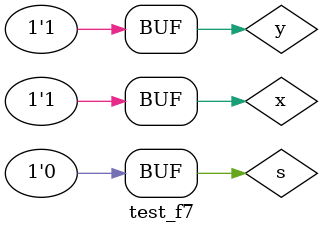
<source format=v>

module f7AND ( output s, input a, input b, input select );
    assign s = a && b;
endmodule

 module f7NAND ( output s, input a, input b, input select );
     assign s = ~(a && b);
 endmodule


// -------------------------
// multiplexer
// -------------------------
module mux ( output s, input a, input b, input select );
    // definir dados locais
    wire not_select;
    wire An;
    wire Na;
    wire Sa;
    wire Sb;
    
    // descrever por portas
    not NOT1 ( not_select, select );
    and AND_AB ( An, a, b );
    nand NAND_AB ( Na, a, b );
    and AND_SELECT1 ( Sa, An, not_select ); //seleção para a.b
    and AND_SELECT2 ( Sb, Na, select ); //seleção para ~(a.b)
    or OR1 ( s , Sa, Sb );

endmodule // mux
    
module test_f7;
    // ------------------------- definir dados
    reg x;
    reg y;
    reg s;
    wire And;
    wire Nand;
    wire Mux;
    f7AND AND1 ( And, x, y, s );
    f7NAND NAND1 ( Nand, x, y, s ); 
    mux MUX1 ( Mux, x, y, s );// ------------------------- parte principal
    
    initial
    begin : main
        $display("Guia_0701 - Luís Augusto Lima de Oliveira - 805413");
        $display("Test LU's module");
        $display("\nPrevisão - ((x.y).s') + (~(x.y).s) \n\t - Para s=1 SoP(x,y) = (0,1,2) \n\t - Para s=0 SoP(x,y) = m(3)\n");
        
        $display("-------------------------------------------------------------------");
        $display("|   Entradas   |    Seleção   |   Saídas padrão    |   Saída MUX  |");
        $display("|    x     y   |       s      |     and    nand    |       s      |");
        // projetar testes do modulo
        #1 $monitor("| %4b  %4b   |    %4b      |   %4b    %4b     |    %4b      |", x, y, s, And, Nand, Mux);
        
        #1 $display("|              |              |                    |              |");
        #1 x = 1'b0; y = 1'b0; s = 1'b1;
        #1 x = 1'b0; y = 1'b1; s = 1'b1;
        #1 x = 1'b1; y = 1'b0; s = 1'b1;
        #1 x = 1'b1; y = 1'b1; s = 1'b1;
        #1 $display("-------------------------------------------------------------------");
        #1 x = 1'b0; y = 1'b0; s = 1'b0;
        #1 x = 1'b0; y = 1'b1; s = 1'b0;
        #1 x = 1'b1; y = 1'b0; s = 1'b0;
        #1 x = 1'b1; y = 1'b1; s = 1'b0;
        #1 $display("-------------------------------------------------------------------");
    end
endmodule // test_f7


</source>
